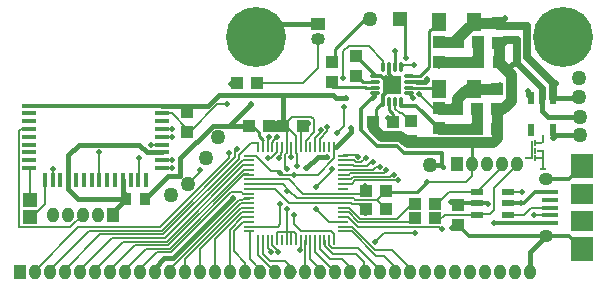
<source format=gbr>
G04 DipTrace 3.2.0.1*
G04 Top.gbr*
%MOIN*%
G04 #@! TF.FileFunction,Copper,L1,Top*
G04 #@! TF.Part,Single*
%AMOUTLINE0*
4,1,7,
0.004,-0.003,
-0.004,-0.003,
-0.01,0.0,
-0.004,0.003,
0.004,0.003,
0.01,0.003,
0.01,-0.003,
0.004,-0.003,
0*%
G04 #@! TA.AperFunction,Conductor*
%ADD13C,0.006*%
%ADD14C,0.014*%
%ADD15C,0.035*%
%ADD16C,0.011811*%
%ADD17C,0.012*%
%ADD18C,0.011*%
%ADD19C,0.008*%
%ADD20C,0.007874*%
%ADD21C,0.023622*%
%ADD22C,0.025*%
%ADD23C,0.016*%
%ADD24R,0.047244X0.016142*%
%ADD25R,0.045276X0.016142*%
%ADD26R,0.016142X0.047244*%
G04 #@! TA.AperFunction,ComponentPad*
%ADD28O,0.049213X0.041339*%
%ADD29R,0.074803X0.07874*%
%ADD30R,0.05315X0.015748*%
%ADD31R,0.074803X0.070866*%
%ADD33R,0.043307X0.023622*%
%ADD34R,0.047244X0.062992*%
%ADD35R,0.03937X0.043307*%
G04 #@! TA.AperFunction,ComponentPad*
%ADD36R,0.03937X0.051181*%
%ADD37O,0.03937X0.051181*%
%ADD39R,0.023622X0.043307*%
%ADD41O,0.011811X0.033465*%
%ADD42O,0.033465X0.011811*%
%ADD43R,0.059055X0.059055*%
%ADD44R,0.043307X0.03937*%
G04 #@! TA.AperFunction,ComponentPad*
%ADD45C,0.05*%
%ADD46R,0.05X0.05*%
%ADD49R,0.007874X0.033465*%
%ADD50R,0.033465X0.007874*%
%ADD51R,0.037402X0.03937*%
G04 #@! TA.AperFunction,ComponentPad*
%ADD52R,0.045276X0.041339*%
%ADD53O,0.045276X0.041339*%
%ADD54C,0.05*%
%ADD55R,0.02X0.006*%
%ADD56R,0.006X0.06*%
%ADD57R,0.006X0.02*%
%ADD58R,0.006X0.03*%
G04 #@! TA.AperFunction,ComponentPad*
%ADD67C,0.2*%
G04 #@! TA.AperFunction,ViaPad*
%ADD68C,0.0185*%
%ADD158OUTLINE0*%
%FSLAX26Y26*%
G04*
G70*
G90*
G75*
G01*
G04 Top*
%LPD*%
X2200299Y649173D2*
D13*
X2199827Y648701D1*
X2135701D1*
X2113701Y626701D1*
X2061701D1*
Y701504D2*
X2061898Y701701D1*
X2106701D1*
X2145701Y623701D2*
X2145819Y623583D1*
X2200299D1*
Y700355D2*
D14*
X2151355D1*
X2115103Y664103D1*
X2103046D1*
X2061701D1*
X2305811Y787953D2*
X2262504Y744646D1*
X2187692D1*
X2305811Y510394D2*
X2262504Y553701D1*
X2187701D1*
X1892701Y592772D2*
X1931772Y553701D1*
X2187701D1*
X2061701Y664103D2*
D3*
X1939701Y793701D2*
D13*
X1938701Y792701D1*
Y753701D1*
X1920701Y735701D1*
X1790701D1*
X1872701Y580701D2*
D14*
X1874701Y578701D1*
X1888772Y592772D1*
X1892701D1*
X2023701Y977701D2*
D15*
Y912701D1*
X2024701D1*
X1617142Y1089315D2*
D16*
X1637087D1*
D17*
X1662528Y1063874D1*
X1666614Y1059788D1*
X1674229D1*
X1664386Y1116874D2*
D16*
Y1094142D1*
D17*
X1674229Y1084299D1*
Y1059788D1*
X1644701Y1002701D2*
D16*
Y1023701D1*
D17*
X1657701Y1036701D1*
X1674229Y1053229D1*
Y1059788D1*
X1552701Y1156701D2*
D18*
X1617142Y1092260D1*
Y1089315D1*
X2027701Y1198701D2*
D15*
X2028701Y1197701D1*
Y1134701D1*
X2060996Y1102406D1*
X2068701Y1094701D1*
Y1006701D1*
X2039701Y977701D1*
X2023701D1*
X1322205Y852213D2*
D19*
Y922701D1*
X1309701D1*
X1353701Y852213D2*
D20*
Y889701D1*
D19*
X1320701Y922701D1*
X1309701D1*
X1509213Y680953D2*
D20*
X1546449D1*
D19*
X1550701Y676701D1*
X1623701D1*
X1653701Y706701D1*
Y1080315D2*
D18*
X1674229Y1059788D1*
X1693701Y1039701D2*
X1674229Y1059173D1*
Y1059788D1*
X1654701Y1039701D2*
D17*
X1657701Y1036701D1*
X1693701Y1078701D2*
D18*
X1674788Y1059788D1*
D17*
X1662528Y1063874D1*
X1644701Y1002701D2*
D18*
X1620701Y978701D1*
Y933701D1*
X1610701D1*
X2024701Y912701D2*
D15*
Y881701D1*
X2010701Y867701D1*
X1939701D1*
X1722701D1*
X1701701Y888701D1*
X1635701D1*
X1610701Y913701D1*
Y933701D1*
X1790701Y735701D2*
D18*
X1756701Y701701D1*
X1653701D1*
Y706701D1*
X1939701Y793701D2*
Y867701D1*
X2174299Y1013701D2*
D21*
Y1047103D1*
X2088701Y1132701D1*
D22*
Y1138701D1*
Y1207299D1*
X2051299D1*
X2042701Y1198701D1*
X2027701D1*
X464756Y989701D2*
D14*
X799701D1*
X905701D1*
D23*
X906701Y988701D1*
X990236D1*
X1060701D1*
X1095701Y1023701D1*
X1309701D1*
X1477701D1*
X1486701Y1014701D1*
X1519701D1*
X1735701Y871701D2*
D19*
X1701701Y888701D1*
X1198189Y728197D2*
X1309717D1*
X1331697Y706217D1*
X1356961Y680953D1*
D20*
X1509213D1*
X1353701Y541189D2*
Y561921D1*
D19*
X1346921Y568701D1*
X1337953D1*
X1322205D1*
D20*
Y541189D1*
X1337953D2*
D19*
Y568701D1*
X1290709Y541189D2*
D20*
Y568701D1*
D19*
X1322205D1*
X1309701Y922701D2*
D15*
X1262630D1*
X1322205Y852213D2*
D19*
X1322701D1*
Y832701D1*
X1317701Y827701D1*
Y785701D1*
X1323701Y779701D1*
Y706217D2*
X1331697D1*
X1323701Y645701D2*
X1322205D1*
Y568701D1*
X1353701Y852213D2*
Y832701D1*
X1357701Y828701D1*
Y789701D1*
X1144701Y681701D2*
D23*
X943701Y480701D1*
X914701D1*
X882701Y448701D1*
Y431701D1*
X889701D1*
X884701Y436701D1*
X1653701Y646701D2*
D19*
X1623701Y676701D1*
X1520701Y1014701D2*
D23*
X1514683D1*
X1309701Y922701D2*
Y1023701D1*
X2187701Y553701D2*
X2134701Y500701D1*
Y436701D1*
X990236Y968166D2*
Y988701D1*
X1385197Y852213D2*
D20*
Y873197D1*
D19*
X1412701Y900701D1*
Y944701D1*
X1404701Y952701D1*
X1338701D1*
X1309701Y923701D1*
Y922701D1*
X2174299Y1013701D2*
D23*
Y971103D1*
X2192701Y952701D1*
X2298701D1*
X1218701Y1218701D2*
X1261701Y1261701D1*
X1426701D1*
X2073701Y1123701D2*
X2088701Y1138701D1*
X2073701Y1123701D2*
X2060996Y1110996D1*
Y1102406D1*
X2200299Y597992D2*
D14*
X2012410D1*
X1992701Y661701D2*
X1990299Y664103D1*
X1955402D1*
X1892701Y659701D2*
X1897103Y664103D1*
X1955402D1*
X1617142Y1030260D2*
D16*
Y1018355D1*
D17*
X1612488Y1013701D1*
X1610701D1*
X1742600Y1016701D2*
Y1018975D1*
D16*
X1731315Y1030260D1*
X1718701Y1147701D2*
D18*
X1715701D1*
Y1257701D1*
X1701701Y1271701D1*
Y1279701D1*
X1843701Y786701D2*
D14*
X1841701Y784701D1*
Y830701D1*
X1714701D1*
X1688701Y856701D1*
X1622701D1*
X1571701Y907701D1*
Y979701D1*
X1605701Y1013701D1*
X1610701D1*
X1509213Y617961D2*
D13*
X1509953Y618701D1*
X1526701D1*
X1559701Y585701D1*
X1830701D1*
X1836701Y579701D1*
X1841701D1*
X1871701Y669701D2*
X1881701Y659701D1*
X1892701D1*
X1843701Y786701D2*
D23*
X1837701Y792701D1*
X1801701D1*
X1955402Y626701D2*
D13*
X1956402Y627701D1*
X1998701D1*
X2012701Y641701D1*
Y715701D1*
X2089701Y792701D1*
Y793701D1*
X1817630Y614701D2*
D19*
X1827666Y604666D1*
X1849701Y626701D1*
X1955402D1*
Y701504D2*
D13*
X2039701Y785803D1*
Y793701D1*
X1955402Y701504D2*
D19*
X1864504D1*
X1824701Y661701D1*
X1817630D1*
X1829701Y1200630D2*
D15*
X1894701Y1200701D1*
X1877811D1*
X1946811Y1269701D1*
X1950882Y1265630D1*
X2027701D1*
X2211701Y1013701D2*
D22*
Y1063701D1*
X2122701Y1152701D1*
Y1256701D1*
X2027701D1*
Y1265630D1*
X1243465Y852213D2*
D20*
Y874941D1*
D18*
X1229701Y888705D1*
Y900701D1*
X1207701Y922701D1*
X1195701D1*
X1198189Y586465D2*
D19*
X1293465D1*
X1301701Y594701D1*
Y660701D1*
Y763701D2*
X1293701Y771701D1*
X1269701D1*
X1218717Y822685D1*
D20*
X1198189D1*
X1479685Y541189D2*
Y561717D1*
D19*
X1469701Y571701D1*
X1369701D1*
X1345701Y595701D1*
Y626701D1*
Y759701D2*
X1425701D1*
X1479685Y813685D1*
D20*
Y852213D1*
X1301701Y763701D2*
D19*
X1305701Y759701D1*
X1345701D1*
X2027701Y1265630D2*
D23*
X2033630D1*
X2048701Y1280701D1*
X1203276Y995701D2*
X1130276Y922701D1*
X1075701D1*
X966701Y813701D1*
Y756701D1*
X927701D1*
X849701Y678701D1*
X1195701Y922701D2*
X1130276D1*
X2136898Y1013701D2*
X2126701Y1023898D1*
Y1038701D1*
X2219701Y1063701D2*
X2211701D1*
X1479685Y852213D2*
D20*
X1485213D1*
D23*
X1535701Y902701D1*
Y914701D1*
X2297701Y1017701D2*
X2293701Y1013701D1*
X2211701D1*
X1385197Y541189D2*
D13*
X1384701Y540693D1*
Y436701D1*
X1400945Y541189D2*
Y479457D1*
X1423701Y456701D1*
X1434701D1*
Y436701D1*
X642701Y625701D2*
X601701Y584701D1*
X431701D1*
Y905701D1*
X437748Y911748D1*
X464756D1*
X905701Y859780D2*
X870701D1*
X828142Y743244D2*
X828701Y743803D1*
Y814701D1*
X1432441Y541189D2*
Y511961D1*
X1465701Y478701D1*
X1506701D1*
X1534701Y450701D1*
Y436701D1*
X1448189Y541189D2*
X1448701Y541701D1*
Y521701D1*
X1475701Y494701D1*
X1553701D1*
X1579701Y468701D1*
Y436701D1*
X1584701D1*
X1463937Y541189D2*
X1463701Y540953D1*
Y523701D1*
X1473701Y513701D1*
X1560701D1*
X1633701Y440701D1*
X1629701Y436701D1*
X1634701D1*
X1509213Y570717D2*
X1538685D1*
X1620701Y488701D1*
X1646701D1*
X1684701Y450701D1*
Y436701D1*
X776173Y743244D2*
D23*
X775701Y742772D1*
Y702701D1*
X786709Y691693D1*
Y678701D1*
X594284Y743244D2*
X594701Y743662D1*
Y823701D1*
X628701Y857701D1*
X831701D1*
X855607Y833795D1*
X905701D1*
X594284Y743244D2*
Y710118D1*
X625701Y678701D1*
X786709D1*
X742701Y634693D1*
Y625701D1*
X1243465Y541189D2*
D13*
X1242701Y540425D1*
Y495701D1*
X1266701Y471701D1*
X1317701D1*
X1352701Y436701D1*
X1334701D1*
X1227717Y541189D2*
Y492685D1*
X1284701Y435701D1*
Y436701D1*
X1198189Y602213D2*
X1197701Y602701D1*
X1177701D1*
X1145701Y570701D1*
Y503701D1*
X1183701Y465701D1*
Y436701D1*
X1184701D1*
X1376630Y922701D2*
D19*
X1369449Y915520D1*
D20*
Y852213D1*
X1509213Y696701D2*
D19*
X1376701D1*
X1329457Y743945D1*
D20*
X1198189D1*
X1586772Y706701D2*
D19*
X1583772Y703701D1*
D20*
X1578701D1*
X1571701Y696701D1*
X1509213D1*
X1586772Y706701D2*
D23*
X1582701D1*
Y721701D1*
X1392701Y931701D2*
X1383701Y922701D1*
X1376630D1*
X2211701Y881701D2*
Y907402D1*
Y881701D2*
X2221701Y891701D1*
X2299701D1*
X1369449Y541189D2*
D13*
X1369701Y540937D1*
Y517701D1*
X1361701Y509701D1*
X1365701D1*
X1617701Y536701D2*
X1647701Y566701D1*
X1748701D1*
X1198189Y617961D2*
X1174961D1*
X1133701Y576701D1*
Y436701D1*
X1134701D1*
X1198189Y633709D2*
X1197197Y634701D1*
X1174701D1*
X1084701Y544701D1*
Y436701D1*
X1432441Y852213D2*
X1432701Y852473D1*
Y878701D1*
X1457701Y903701D1*
Y919701D1*
X542315Y777701D2*
Y743244D1*
X1416693Y852213D2*
Y881693D1*
X1433701Y898701D1*
Y905701D1*
X1435201Y907201D1*
X698221Y833701D2*
Y743244D1*
X1509213Y633709D2*
X1528693D1*
X1561701Y600701D1*
X1747701D1*
X1739701Y608701D1*
X1750701D1*
Y614701D1*
X1509213Y649457D2*
X1529945D1*
X1566701Y612701D1*
X1691701D1*
X1740701Y661701D1*
X1750701D1*
X1416693Y541189D2*
Y502709D1*
X1482701Y436701D1*
X1484701D1*
X1828701Y913701D2*
D15*
X1829701Y912701D1*
X1957772D1*
X1956630Y979701D2*
X1957772Y978559D1*
Y912701D1*
X1703756Y1002701D2*
D16*
Y987701D1*
D17*
X1754701D1*
X1828701Y913701D1*
X1664386Y1002701D2*
D18*
Y974016D1*
X1677630Y960772D1*
Y933701D1*
X1222701Y1063701D2*
D13*
X1376701D1*
X1426701Y1113701D1*
Y1212488D1*
X1677630Y933701D2*
D23*
X1662630Y948701D1*
X1659701D1*
X1731315Y1069630D2*
D16*
X1756047Y1069701D1*
D23*
X1783701D1*
X1789701Y1075701D1*
Y1077701D1*
X1889701Y979701D2*
D15*
X1828701D1*
Y980630D1*
X1889701Y979701D2*
X1890701Y980701D1*
Y1013701D1*
X1923701Y1046701D1*
X1947811D1*
X2023701Y1044630D2*
X2021630Y1046701D1*
X1947811D1*
X1509213Y665205D2*
D19*
X1331197D1*
X1283953Y712449D1*
D20*
X1198189D1*
X1509213Y665205D2*
D19*
X1536197D1*
X1538701Y662701D1*
X1564701D1*
X1580701Y646701D1*
X1586772D1*
D23*
X1583701Y643630D1*
Y631701D1*
X1337701Y817701D2*
D20*
Y852213D1*
X1337953D1*
X1385701Y780184D2*
D23*
X1425218Y819701D1*
X1457701D1*
X2033701Y1058701D2*
X2023701Y1048701D1*
Y1044630D1*
X1703756Y1116874D2*
D13*
X1712583Y1125701D1*
X1746701D1*
X1764701Y1027701D2*
X1811772Y980630D1*
X1828701D1*
X1731315Y1049945D2*
D18*
X1829701D1*
Y1046701D1*
Y1133701D2*
D15*
X1830701Y1134701D1*
X1961772D1*
X1961630Y1200701D2*
X1961772Y1200559D1*
Y1134701D1*
X1684071Y1116874D2*
D18*
Y1170701D1*
X1829701Y1122701D2*
Y1133701D1*
X1617142Y1069630D2*
X1617071Y1069701D1*
X1577701D1*
X1557630Y1089772D1*
X1552701D1*
X1198189Y570717D2*
D13*
X1198701Y570205D1*
Y479701D1*
X1241701Y436701D1*
X1234701D1*
X1731315Y1089315D2*
D18*
X1767315D1*
X1797701Y1119701D1*
Y1238701D1*
X1828701Y1269701D1*
X1617142Y1049945D2*
X1585244D1*
X1583488Y1051701D1*
X1472701D1*
Y1066772D1*
Y1133701D2*
X1482701D1*
Y1179701D1*
X1582701Y1279701D1*
X1601701D1*
X1198189Y649457D2*
D13*
X1197433Y648701D1*
X1171701D1*
X1034701Y511701D1*
Y436701D1*
X1198189Y665205D2*
X1196685Y663701D1*
X1169701D1*
X984701Y478701D1*
Y436701D1*
X1198189Y680953D2*
X1196937Y679701D1*
X1177701D1*
X1173701Y675701D1*
X1164701D1*
X934701Y445701D1*
Y436701D1*
X1198189Y696701D2*
X1196189Y694701D1*
X834701Y436701D2*
Y445701D1*
X889701Y500701D1*
X937701D1*
X1137701Y700701D1*
X1172701D1*
X1176701Y696701D1*
X1198189D1*
X784701Y436701D2*
X789701D1*
Y448701D1*
X853701Y512701D1*
X932701D1*
X1180701Y760701D1*
X1197181D1*
X1198189Y759693D1*
X734701Y436701D2*
X740701Y442701D1*
X734701D1*
X816701Y524701D1*
X927701D1*
X1179201Y776201D1*
X1179961Y775441D1*
X1198189D1*
Y791189D2*
X1182213D1*
X1181701Y791701D1*
X1177701D1*
X922701Y536701D1*
X776701D1*
X676701Y436701D1*
X684701D1*
X1198189Y806937D2*
X1197425Y807701D1*
X1175701D1*
X1173701Y805701D1*
X1174701D1*
X917701Y548701D1*
X738701D1*
X626701Y436701D1*
X634701D1*
X584701D2*
X577701D1*
X701701Y560701D1*
X911701D1*
X1163701Y812701D1*
Y824701D1*
X1204701Y865701D1*
X1227717D1*
Y852213D1*
X1259213D2*
X1259701Y852701D1*
Y873701D1*
X1263701Y877701D1*
Y886701D1*
X1156701Y843701D2*
X1151701Y838701D1*
Y817701D1*
X906701Y572701D1*
X664701D1*
X525701Y433701D1*
X534701D1*
Y436701D1*
X1274961Y852213D2*
Y868961D1*
X1275701Y869701D1*
Y871701D1*
X1289701Y885701D1*
Y886701D1*
X1131701Y830701D2*
Y814701D1*
X901701Y584701D1*
X626701D1*
X478701Y436701D1*
X484701D1*
X1509213Y586465D2*
X1540937D1*
X1617701Y509701D1*
X1673701D1*
X1737701Y445701D1*
X1728701Y436701D1*
X1734701D1*
X1509213Y822685D2*
X1510229Y823701D1*
X1555701D1*
X1559701Y819701D1*
X1509213Y806937D2*
X1546465D1*
X1552701Y800701D1*
X1570701D1*
X1585701Y815701D1*
X1509213Y791189D2*
X1544213D1*
X1546701Y788701D1*
X1590701D1*
X1604701Y802701D1*
X1609701D1*
X1509213Y775441D2*
X1510473Y776701D1*
X1609701D1*
X1619701Y786701D1*
X1632701D1*
X1509213Y759693D2*
X1528693D1*
X1533701Y764701D1*
X1645701D1*
X1654701Y773701D1*
X1509213Y743945D2*
X1509969Y744701D1*
X1536701D1*
X1544701Y752701D1*
X1666701D1*
X1673701Y759701D1*
X1678701D1*
X1509213Y728197D2*
X1509717Y728701D1*
X1538701D1*
X1550701Y740701D1*
X1694701D1*
X1259213Y541189D2*
X1259701Y540701D1*
Y515701D1*
X1268701Y506701D1*
Y502701D1*
X938701Y781827D2*
X906488D1*
X905701Y963717D2*
X939685D1*
X990236Y913166D1*
Y901236D1*
X999236D1*
X1091701Y993701D1*
X1122701D1*
X1135701Y1060701D2*
X1138701Y1063701D1*
X1155772D1*
X1509213Y602213D2*
X1508725Y602701D1*
X1463701D1*
X1420701Y645701D1*
Y717701D2*
X1473701Y770701D1*
Y777701D1*
X1488701Y897701D2*
X1513701Y922701D1*
Y984701D1*
X1510701Y1082701D2*
Y1170701D1*
X1528701Y1188701D1*
X1595701D1*
X1644701Y1139701D1*
Y1116874D1*
X1684071Y1002701D2*
D19*
X1684701Y1002071D1*
Y977701D1*
X1698701Y963701D1*
X1707701D1*
X1732772Y938630D1*
X1735701D1*
X1274961Y541189D2*
D13*
Y523441D1*
X1294701Y503701D1*
Y502701D1*
X939701Y807811D2*
X905701D1*
X993701Y727701D2*
X1033701Y767701D1*
Y773701D1*
X1290709Y852213D2*
X1290701Y852205D1*
Y833701D1*
X1270701Y813701D1*
X1260701D1*
X939701Y885764D2*
X905701D1*
X1306457Y852213D2*
X1306701Y851969D1*
Y834701D1*
X1302701Y830701D1*
Y824701D1*
X1297701Y819701D1*
Y813701D1*
X938701Y911748D2*
X905701D1*
X463969Y781827D2*
X466701Y779095D1*
Y675701D1*
X516331Y743244D2*
X515701Y742614D1*
Y661701D1*
X472701Y618701D1*
X466701D1*
D68*
X2106701Y701701D3*
X2145701Y623701D3*
X1790701Y735701D3*
X1872701Y580701D3*
X2103046Y664103D3*
X1653701Y1080315D3*
X1323701Y779701D3*
Y706217D3*
Y645701D3*
X1357701Y789701D3*
X1144701Y681701D3*
X1520701Y1014701D3*
X2073701Y1123701D3*
D3*
X2012410Y597992D3*
X1992701Y661701D3*
X1610701Y1013701D3*
X1742600Y1016701D3*
X1718701Y1147701D3*
X1843701Y786701D3*
X1841701Y579701D3*
X1871701Y669701D3*
X1843701Y786701D3*
X1301701Y660701D3*
Y763701D3*
X1345701Y626701D3*
Y759701D3*
X1301701Y763701D3*
X1345701Y759701D3*
X2048701Y1280701D3*
X1203276Y995701D3*
X2126701Y1038701D3*
X2219701Y1063701D3*
X1535701Y914701D3*
X870701Y859780D3*
X828701Y814701D3*
X1582701Y721701D3*
X1392701Y931701D3*
X2211701Y881701D3*
D3*
X1365701Y509701D3*
X1617701Y536701D3*
X1748701Y566701D3*
X1457701Y919701D3*
X542315Y777701D3*
X1435201Y907201D3*
X698221Y833701D3*
X1659701Y948701D3*
D3*
X1789701Y1077701D3*
X1583701Y631701D3*
X1337701Y817701D3*
X1385701Y780184D3*
X1457701Y819701D3*
X2033701Y1058701D3*
X1746701Y1125701D3*
X1764701Y1027701D3*
X1684071Y1170701D3*
X1829701Y1122701D3*
X1263701Y886701D3*
X1156701Y843701D3*
X1289701Y886701D3*
X1131701Y830701D3*
X1559701Y819701D3*
X1585701Y815701D3*
X1609701Y802701D3*
X1632701Y786701D3*
X1654701Y773701D3*
X1678701Y759701D3*
X1694701Y740701D3*
X1268701Y502701D3*
X938701Y781827D3*
X1122701Y993701D3*
X1135701Y1060701D3*
X1420701Y645701D3*
Y717701D3*
X1473701Y777701D3*
X1488701Y897701D3*
X1513701Y984701D3*
X1510701Y1082701D3*
X1294701Y502701D3*
X939701Y807811D3*
X1033701Y773701D3*
X1260701Y813701D3*
X939701Y885764D3*
X1297701Y813701D3*
X938701Y911748D3*
X1693701Y1039701D3*
X1654701D3*
X1693701Y1078701D3*
X1674701Y1059701D3*
D24*
X905701Y989701D3*
Y963717D3*
Y937732D3*
Y911748D3*
Y885764D3*
Y859780D3*
Y833795D3*
Y807811D3*
D25*
X906488Y781827D3*
D26*
X854126Y743244D3*
X828142D3*
X802158D3*
X776173D3*
X750189D3*
X724205D3*
X698221D3*
X672236D3*
X646252D3*
X620268D3*
X594284D3*
X568299D3*
X542315D3*
X516331D3*
D25*
X463969Y781827D3*
D24*
X464756Y807811D3*
Y833795D3*
Y859780D3*
Y885764D3*
Y911748D3*
Y937732D3*
Y963717D3*
Y989701D3*
D28*
X2187701Y553701D3*
X2187692Y744646D3*
D29*
X2305811Y510394D3*
Y787953D3*
D30*
X2200299Y597992D3*
Y623583D3*
Y649173D3*
Y674764D3*
Y700355D3*
D31*
X2305614Y603780D3*
Y694370D3*
D33*
X2061701Y626701D3*
Y664103D3*
Y701504D3*
X1955402D3*
Y664103D3*
Y626701D3*
D34*
X1829701Y1046701D3*
X1947811D3*
D35*
X1892701Y659701D3*
Y592772D3*
D36*
X742701Y625701D3*
D37*
X692701D3*
X642701D3*
X592701D3*
X542701D3*
D39*
X2211701Y1013701D3*
X2174299D3*
X2136898D3*
Y907402D3*
X2211701D3*
D36*
X1889701Y793701D3*
D37*
X1939701D3*
X1989701D3*
X2039701D3*
X2089701D3*
D41*
X1644701Y1002701D3*
X1664386D3*
X1684071D3*
X1703756D3*
D42*
X1731315Y1030260D3*
Y1049945D3*
Y1069630D3*
Y1089315D3*
D41*
X1703756Y1116874D3*
X1684071D3*
X1664386D3*
X1644701D3*
D42*
X1617142Y1089315D3*
Y1069630D3*
Y1049945D3*
Y1030260D3*
D43*
X1674229Y1059788D3*
D35*
X1828701Y913701D3*
Y980630D3*
D44*
X1889701Y979701D3*
X1956630D3*
X2024701Y912701D3*
X1957772D3*
D35*
X2023701Y977701D3*
Y1044630D3*
D34*
X1828701Y1269701D3*
X1946811D3*
D35*
X1829701Y1133701D3*
Y1200630D3*
D44*
X1894701Y1200701D3*
X1961630D3*
X2028701Y1134701D3*
X1961772D3*
D35*
X2027701Y1198701D3*
Y1265630D3*
D44*
X1610701Y933701D3*
X1677630D3*
D35*
X1552701Y1156701D3*
Y1089772D3*
D45*
X1601701Y1279701D3*
D46*
X1701701D3*
D35*
X1472701Y1133701D3*
Y1066772D3*
D49*
X1227717Y541189D3*
X1243465D3*
X1259213D3*
X1274961D3*
X1290709D3*
X1306457D3*
X1322205D3*
X1337953D3*
X1353701D3*
X1369449D3*
X1385197D3*
X1400945D3*
X1416693D3*
X1432441D3*
X1448189D3*
X1463937D3*
X1479685D3*
D50*
X1509213Y570717D3*
Y586465D3*
Y602213D3*
Y617961D3*
Y633709D3*
Y649457D3*
Y665205D3*
Y680953D3*
Y696701D3*
Y712449D3*
Y728197D3*
Y743945D3*
Y759693D3*
Y775441D3*
Y791189D3*
Y806937D3*
Y822685D3*
D49*
X1479685Y852213D3*
X1463937D3*
X1448189D3*
X1432441D3*
X1416693D3*
X1400945D3*
X1385197D3*
X1369449D3*
X1353701D3*
X1337953D3*
X1322205D3*
X1306457D3*
X1290709D3*
X1274961D3*
X1259213D3*
X1243465D3*
X1227717D3*
D50*
X1198189Y822685D3*
Y806937D3*
Y791189D3*
Y775441D3*
Y759693D3*
Y743945D3*
Y728197D3*
Y712449D3*
Y696701D3*
Y680953D3*
Y665205D3*
Y649457D3*
Y633709D3*
Y617961D3*
Y602213D3*
Y586465D3*
Y570717D3*
D51*
X849701Y678701D3*
X786709D3*
D44*
X1653701Y706701D3*
X1586772D3*
X1309701Y922701D3*
X1376630D3*
X1653701Y646701D3*
X1586772D3*
X1750701Y614701D3*
X1817630D3*
X1750701Y661701D3*
X1817630D3*
D52*
X1426701Y1261701D3*
D53*
Y1212488D3*
D36*
X434701Y436701D3*
D37*
X484701D3*
X534701D3*
X584701D3*
X634701D3*
X684701D3*
X734701D3*
X784701D3*
X834701D3*
X884701D3*
X934701D3*
X984701D3*
X1034701D3*
X1084701D3*
X1134701D3*
X1184701D3*
X1234701D3*
X1284701D3*
X1334701D3*
X1384701D3*
X1434701D3*
X1484701D3*
X1534701D3*
X1584701D3*
X1634701D3*
X1684701D3*
X1734701D3*
X1784701D3*
X1834701D3*
X1884701D3*
X1934701D3*
X1984701D3*
X2034701D3*
X2084701D3*
X2134701D3*
D44*
X1195701Y922701D3*
X1262630D3*
D35*
X990236Y901236D3*
Y968166D3*
D44*
X1222701Y1063701D3*
X1155772D3*
D35*
X1735701Y871701D3*
Y938630D3*
D46*
X466701Y675701D3*
Y618701D3*
D54*
X1092701Y883701D3*
X1052701Y815701D3*
X935701Y692701D3*
X993701Y727701D3*
X2298701Y952701D3*
X2299701Y891701D3*
X2297701Y1017701D3*
X2296701Y1081701D3*
X1801701Y792701D3*
D55*
X2127701Y813701D3*
D56*
X2140512Y840575D3*
D57*
X2151449Y813638D3*
D55*
X2164449D3*
D57*
X2151449Y839638D3*
Y865638D3*
D158*
X2164449Y839638D3*
D55*
Y865638D3*
D56*
X2177512Y812575D3*
D55*
X2177449Y779638D3*
D58*
X2177512Y877575D3*
D67*
X2243701Y1218701D3*
X1218701D3*
M02*

</source>
